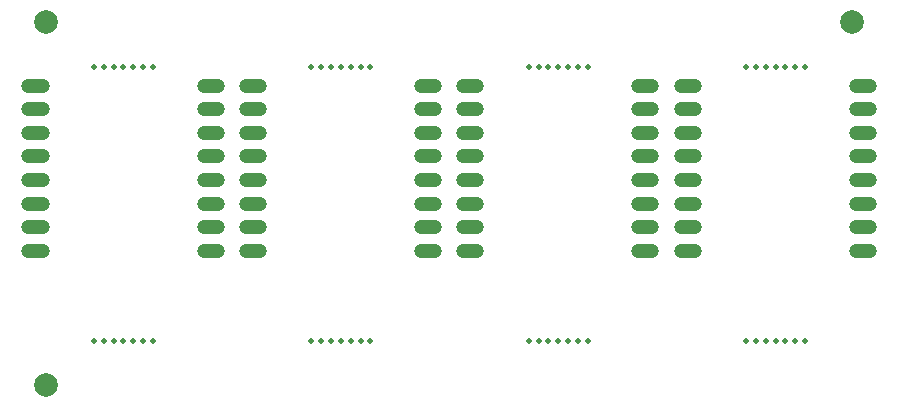
<source format=gbs>
G04 #@! TF.GenerationSoftware,KiCad,Pcbnew,(6.0.6)*
G04 #@! TF.CreationDate,2022-08-31T11:07:13-07:00*
G04 #@! TF.ProjectId,kikit_panel,6b696b69-745f-4706-916e-656c2e6b6963,rev?*
G04 #@! TF.SameCoordinates,Original*
G04 #@! TF.FileFunction,Soldermask,Bot*
G04 #@! TF.FilePolarity,Negative*
%FSLAX46Y46*%
G04 Gerber Fmt 4.6, Leading zero omitted, Abs format (unit mm)*
G04 Created by KiCad (PCBNEW (6.0.6)) date 2022-08-31 11:07:13*
%MOMM*%
%LPD*%
G01*
G04 APERTURE LIST*
%ADD10C,0.500000*%
%ADD11C,1.200000*%
%ADD12R,1.200000X1.200000*%
%ADD13C,2.000000*%
G04 APERTURE END LIST*
D10*
X57335750Y-20300000D03*
X43100416Y-20300000D03*
D11*
X14987300Y-21900760D03*
X16187300Y-21900760D03*
D12*
X15587300Y-21900760D03*
D11*
X48216700Y-25900752D03*
X49416700Y-25900752D03*
D12*
X48816700Y-25900752D03*
D11*
X51791300Y-23900760D03*
D12*
X52391300Y-23900760D03*
D11*
X52991300Y-23900760D03*
D12*
X33989300Y-23900760D03*
D11*
X33389300Y-23900760D03*
X34589300Y-23900760D03*
D10*
X80737750Y-43500000D03*
D12*
X70793300Y-23900760D03*
D11*
X71393300Y-23900760D03*
X70193300Y-23900760D03*
X16187300Y-25900760D03*
D12*
X15587300Y-25900760D03*
D11*
X14987300Y-25900760D03*
D10*
X20531750Y-43500000D03*
X79904416Y-20300000D03*
D11*
X67818700Y-27900760D03*
X66618700Y-27900760D03*
D12*
X67218700Y-27900760D03*
D10*
X23031750Y-20300000D03*
X62335750Y-20300000D03*
X24698416Y-43500000D03*
X77404416Y-20300000D03*
D11*
X48216700Y-31900760D03*
D12*
X48816700Y-31900760D03*
D11*
X49416700Y-31900760D03*
D12*
X85620700Y-31900760D03*
D11*
X85020700Y-31900760D03*
X86220700Y-31900760D03*
D12*
X67218700Y-21900760D03*
D11*
X66618700Y-21900760D03*
X67818700Y-21900760D03*
X67818700Y-31900760D03*
D12*
X67218700Y-31900760D03*
D11*
X66618700Y-31900760D03*
X33389300Y-35900760D03*
X34589300Y-35900760D03*
D12*
X33989300Y-35900760D03*
D10*
X38933750Y-20300000D03*
D11*
X70193300Y-27900760D03*
D12*
X70793300Y-27900760D03*
D11*
X71393300Y-27900760D03*
D12*
X30414700Y-35900760D03*
D11*
X29814700Y-35900760D03*
X31014700Y-35900760D03*
D12*
X67218700Y-25900752D03*
D11*
X67818700Y-25900752D03*
X66618700Y-25900752D03*
X33389300Y-27900760D03*
D12*
X33989300Y-27900760D03*
D11*
X34589300Y-27900760D03*
X86220700Y-35900760D03*
D12*
X85620700Y-35900760D03*
D11*
X85020700Y-35900760D03*
X49416700Y-27900760D03*
D12*
X48816700Y-27900760D03*
D11*
X48216700Y-27900760D03*
D10*
X79904416Y-43500000D03*
D11*
X34589300Y-25900760D03*
X33389300Y-25900760D03*
D12*
X33989300Y-25900760D03*
D11*
X70193300Y-29900760D03*
D12*
X70793300Y-29900760D03*
D11*
X71393300Y-29900760D03*
D10*
X78237750Y-20300000D03*
X79071083Y-20300000D03*
D11*
X16187300Y-33900760D03*
D12*
X15587300Y-33900760D03*
D11*
X14987300Y-33900760D03*
D10*
X60669083Y-43500000D03*
D12*
X85620700Y-21900760D03*
D11*
X85020700Y-21900760D03*
X86220700Y-21900760D03*
D10*
X61502416Y-43500000D03*
X76571083Y-20300000D03*
X78237750Y-43500000D03*
X20531750Y-20300000D03*
X61502416Y-20300000D03*
D11*
X31014700Y-27900760D03*
D12*
X30414700Y-27900760D03*
D11*
X29814700Y-27900760D03*
D10*
X41433750Y-43500000D03*
X58169083Y-43500000D03*
D11*
X85020700Y-23900760D03*
X86220700Y-23900760D03*
D12*
X85620700Y-23900760D03*
X52391300Y-31900760D03*
D11*
X52991300Y-31900760D03*
X51791300Y-31900760D03*
D10*
X59002416Y-43500000D03*
D11*
X67818700Y-29900760D03*
X66618700Y-29900760D03*
D12*
X67218700Y-29900760D03*
D11*
X71393300Y-33900760D03*
X70193300Y-33900760D03*
D12*
X70793300Y-33900760D03*
X15587300Y-23900760D03*
D11*
X14987300Y-23900760D03*
X16187300Y-23900760D03*
D10*
X22198416Y-43500000D03*
D11*
X49416700Y-21900760D03*
X48216700Y-21900760D03*
D12*
X48816700Y-21900760D03*
D10*
X42267083Y-43500000D03*
X22198416Y-20300000D03*
D12*
X33989300Y-31900760D03*
D11*
X33389300Y-31900760D03*
X34589300Y-31900760D03*
X70193300Y-21900760D03*
X71393300Y-21900760D03*
D12*
X70793300Y-21900760D03*
X70793300Y-25900760D03*
D11*
X71393300Y-25900760D03*
X70193300Y-25900760D03*
D10*
X79071083Y-43500000D03*
D11*
X85020700Y-27900760D03*
X86220700Y-27900760D03*
D12*
X85620700Y-27900760D03*
D10*
X59835750Y-20300000D03*
D11*
X48216700Y-33900760D03*
X49416700Y-33900760D03*
D12*
X48816700Y-33900760D03*
D10*
X62335750Y-43500000D03*
D11*
X33389300Y-21900760D03*
D12*
X33989300Y-21900760D03*
D11*
X34589300Y-21900760D03*
D10*
X43933750Y-20300000D03*
D12*
X30414700Y-33900760D03*
D11*
X31014700Y-33900760D03*
X29814700Y-33900760D03*
D12*
X52391300Y-25900760D03*
D11*
X52991300Y-25900760D03*
X51791300Y-25900760D03*
D12*
X15587300Y-27900760D03*
D11*
X16187300Y-27900760D03*
X14987300Y-27900760D03*
X71393300Y-35900760D03*
D12*
X70793300Y-35900760D03*
D11*
X70193300Y-35900760D03*
X49416700Y-29900760D03*
X48216700Y-29900760D03*
D12*
X48816700Y-29900760D03*
D11*
X29814700Y-31900760D03*
X31014700Y-31900760D03*
D12*
X30414700Y-31900760D03*
D10*
X23865083Y-43500000D03*
D12*
X85620700Y-25900752D03*
D11*
X86220700Y-25900752D03*
X85020700Y-25900752D03*
D10*
X59835750Y-43500000D03*
D11*
X51791300Y-27900760D03*
X52991300Y-27900760D03*
D12*
X52391300Y-27900760D03*
D10*
X38933750Y-43500000D03*
X40600416Y-43500000D03*
X77404416Y-43500000D03*
X75737750Y-20300000D03*
X58169083Y-20300000D03*
X43100416Y-43500000D03*
D11*
X66618700Y-33900760D03*
D12*
X67218700Y-33900760D03*
D11*
X67818700Y-33900760D03*
D10*
X40600416Y-20300000D03*
X25531750Y-20300000D03*
D11*
X14987300Y-35900760D03*
X16187300Y-35900760D03*
D12*
X15587300Y-35900760D03*
D11*
X16187300Y-31900760D03*
X14987300Y-31900760D03*
D12*
X15587300Y-31900760D03*
D10*
X75737750Y-43500000D03*
X60669083Y-20300000D03*
D11*
X86220700Y-33900760D03*
D12*
X85620700Y-33900760D03*
D11*
X85020700Y-33900760D03*
X33389300Y-29900760D03*
X34589300Y-29900760D03*
D12*
X33989300Y-29900760D03*
D10*
X24698416Y-20300000D03*
X59002416Y-20300000D03*
D11*
X48216700Y-35900760D03*
D12*
X48816700Y-35900760D03*
D11*
X49416700Y-35900760D03*
D10*
X21365083Y-43500000D03*
X57335750Y-43500000D03*
D12*
X30414700Y-21900760D03*
D11*
X29814700Y-21900760D03*
X31014700Y-21900760D03*
X48216700Y-23900760D03*
D12*
X48816700Y-23900760D03*
D11*
X49416700Y-23900760D03*
D10*
X41433750Y-20300000D03*
X80737750Y-20300000D03*
X42267083Y-20300000D03*
X43933750Y-43500000D03*
D11*
X51791300Y-29900760D03*
D12*
X52391300Y-29900760D03*
D11*
X52991300Y-29900760D03*
X29814700Y-29900760D03*
D12*
X30414700Y-29900760D03*
D11*
X31014700Y-29900760D03*
D12*
X67218700Y-23900760D03*
D11*
X67818700Y-23900760D03*
X66618700Y-23900760D03*
X51791300Y-33900760D03*
X52991300Y-33900760D03*
D12*
X52391300Y-33900760D03*
D10*
X76571083Y-43500000D03*
D12*
X85620700Y-29900760D03*
D11*
X85020700Y-29900760D03*
X86220700Y-29900760D03*
X34589300Y-33900760D03*
X33389300Y-33900760D03*
D12*
X33989300Y-33900760D03*
X52391300Y-35900760D03*
D11*
X52991300Y-35900760D03*
X51791300Y-35900760D03*
D10*
X21365083Y-20300000D03*
D11*
X66618700Y-35900760D03*
X67818700Y-35900760D03*
D12*
X67218700Y-35900760D03*
D10*
X23865083Y-20300000D03*
D11*
X16187300Y-29900760D03*
D12*
X15587300Y-29900760D03*
D11*
X14987300Y-29900760D03*
X31014700Y-23900760D03*
D12*
X30414700Y-23900760D03*
D11*
X29814700Y-23900760D03*
D10*
X39767083Y-20300000D03*
D12*
X30414700Y-25900752D03*
D11*
X29814700Y-25900752D03*
X31014700Y-25900752D03*
D12*
X52391300Y-21900760D03*
D11*
X51791300Y-21900760D03*
X52991300Y-21900760D03*
D10*
X39767083Y-43500000D03*
X23031750Y-43500000D03*
X25531750Y-43500000D03*
D12*
X70793300Y-31900760D03*
D11*
X71393300Y-31900760D03*
X70193300Y-31900760D03*
D13*
X16500000Y-47300000D03*
X84711000Y-16500000D03*
X16500000Y-16500000D03*
M02*

</source>
